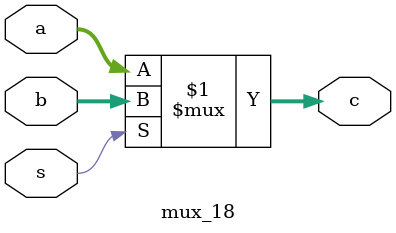
<source format=v>
module mux_18 (input[17:0]a,b,input s, output [17:0] c);

assign c = (s) ? b : a ;

endmodule
</source>
